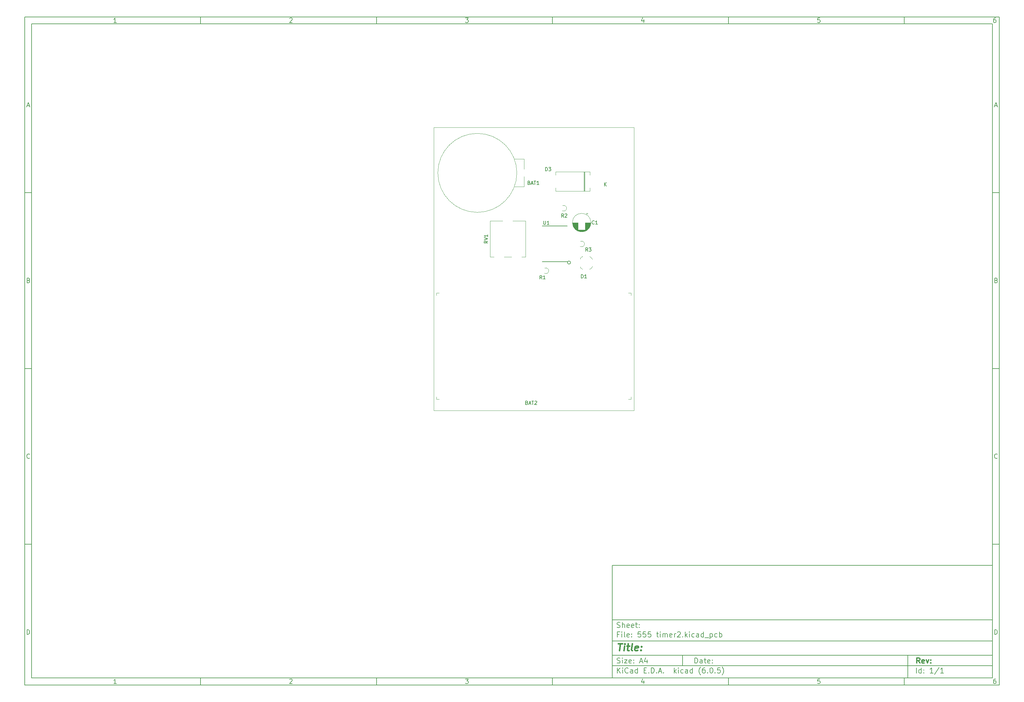
<source format=gto>
%TF.GenerationSoftware,KiCad,Pcbnew,(6.0.5)*%
%TF.CreationDate,2022-07-10T15:06:13+05:30*%
%TF.ProjectId,555 timer2,35353520-7469-46d6-9572-322e6b696361,rev?*%
%TF.SameCoordinates,Original*%
%TF.FileFunction,Legend,Top*%
%TF.FilePolarity,Positive*%
%FSLAX46Y46*%
G04 Gerber Fmt 4.6, Leading zero omitted, Abs format (unit mm)*
G04 Created by KiCad (PCBNEW (6.0.5)) date 2022-07-10 15:06:13*
%MOMM*%
%LPD*%
G01*
G04 APERTURE LIST*
%ADD10C,0.100000*%
%ADD11C,0.150000*%
%ADD12C,0.300000*%
%ADD13C,0.400000*%
%TA.AperFunction,Profile*%
%ADD14C,0.100000*%
%TD*%
%ADD15C,0.120000*%
%ADD16C,0.203200*%
G04 APERTURE END LIST*
D10*
D11*
X177002200Y-166007200D02*
X177002200Y-198007200D01*
X285002200Y-198007200D01*
X285002200Y-166007200D01*
X177002200Y-166007200D01*
D10*
D11*
X10000000Y-10000000D02*
X10000000Y-200007200D01*
X287002200Y-200007200D01*
X287002200Y-10000000D01*
X10000000Y-10000000D01*
D10*
D11*
X12000000Y-12000000D02*
X12000000Y-198007200D01*
X285002200Y-198007200D01*
X285002200Y-12000000D01*
X12000000Y-12000000D01*
D10*
D11*
X60000000Y-12000000D02*
X60000000Y-10000000D01*
D10*
D11*
X110000000Y-12000000D02*
X110000000Y-10000000D01*
D10*
D11*
X160000000Y-12000000D02*
X160000000Y-10000000D01*
D10*
D11*
X210000000Y-12000000D02*
X210000000Y-10000000D01*
D10*
D11*
X260000000Y-12000000D02*
X260000000Y-10000000D01*
D10*
D11*
X36065476Y-11588095D02*
X35322619Y-11588095D01*
X35694047Y-11588095D02*
X35694047Y-10288095D01*
X35570238Y-10473809D01*
X35446428Y-10597619D01*
X35322619Y-10659523D01*
D10*
D11*
X85322619Y-10411904D02*
X85384523Y-10350000D01*
X85508333Y-10288095D01*
X85817857Y-10288095D01*
X85941666Y-10350000D01*
X86003571Y-10411904D01*
X86065476Y-10535714D01*
X86065476Y-10659523D01*
X86003571Y-10845238D01*
X85260714Y-11588095D01*
X86065476Y-11588095D01*
D10*
D11*
X135260714Y-10288095D02*
X136065476Y-10288095D01*
X135632142Y-10783333D01*
X135817857Y-10783333D01*
X135941666Y-10845238D01*
X136003571Y-10907142D01*
X136065476Y-11030952D01*
X136065476Y-11340476D01*
X136003571Y-11464285D01*
X135941666Y-11526190D01*
X135817857Y-11588095D01*
X135446428Y-11588095D01*
X135322619Y-11526190D01*
X135260714Y-11464285D01*
D10*
D11*
X185941666Y-10721428D02*
X185941666Y-11588095D01*
X185632142Y-10226190D02*
X185322619Y-11154761D01*
X186127380Y-11154761D01*
D10*
D11*
X236003571Y-10288095D02*
X235384523Y-10288095D01*
X235322619Y-10907142D01*
X235384523Y-10845238D01*
X235508333Y-10783333D01*
X235817857Y-10783333D01*
X235941666Y-10845238D01*
X236003571Y-10907142D01*
X236065476Y-11030952D01*
X236065476Y-11340476D01*
X236003571Y-11464285D01*
X235941666Y-11526190D01*
X235817857Y-11588095D01*
X235508333Y-11588095D01*
X235384523Y-11526190D01*
X235322619Y-11464285D01*
D10*
D11*
X285941666Y-10288095D02*
X285694047Y-10288095D01*
X285570238Y-10350000D01*
X285508333Y-10411904D01*
X285384523Y-10597619D01*
X285322619Y-10845238D01*
X285322619Y-11340476D01*
X285384523Y-11464285D01*
X285446428Y-11526190D01*
X285570238Y-11588095D01*
X285817857Y-11588095D01*
X285941666Y-11526190D01*
X286003571Y-11464285D01*
X286065476Y-11340476D01*
X286065476Y-11030952D01*
X286003571Y-10907142D01*
X285941666Y-10845238D01*
X285817857Y-10783333D01*
X285570238Y-10783333D01*
X285446428Y-10845238D01*
X285384523Y-10907142D01*
X285322619Y-11030952D01*
D10*
D11*
X60000000Y-198007200D02*
X60000000Y-200007200D01*
D10*
D11*
X110000000Y-198007200D02*
X110000000Y-200007200D01*
D10*
D11*
X160000000Y-198007200D02*
X160000000Y-200007200D01*
D10*
D11*
X210000000Y-198007200D02*
X210000000Y-200007200D01*
D10*
D11*
X260000000Y-198007200D02*
X260000000Y-200007200D01*
D10*
D11*
X36065476Y-199595295D02*
X35322619Y-199595295D01*
X35694047Y-199595295D02*
X35694047Y-198295295D01*
X35570238Y-198481009D01*
X35446428Y-198604819D01*
X35322619Y-198666723D01*
D10*
D11*
X85322619Y-198419104D02*
X85384523Y-198357200D01*
X85508333Y-198295295D01*
X85817857Y-198295295D01*
X85941666Y-198357200D01*
X86003571Y-198419104D01*
X86065476Y-198542914D01*
X86065476Y-198666723D01*
X86003571Y-198852438D01*
X85260714Y-199595295D01*
X86065476Y-199595295D01*
D10*
D11*
X135260714Y-198295295D02*
X136065476Y-198295295D01*
X135632142Y-198790533D01*
X135817857Y-198790533D01*
X135941666Y-198852438D01*
X136003571Y-198914342D01*
X136065476Y-199038152D01*
X136065476Y-199347676D01*
X136003571Y-199471485D01*
X135941666Y-199533390D01*
X135817857Y-199595295D01*
X135446428Y-199595295D01*
X135322619Y-199533390D01*
X135260714Y-199471485D01*
D10*
D11*
X185941666Y-198728628D02*
X185941666Y-199595295D01*
X185632142Y-198233390D02*
X185322619Y-199161961D01*
X186127380Y-199161961D01*
D10*
D11*
X236003571Y-198295295D02*
X235384523Y-198295295D01*
X235322619Y-198914342D01*
X235384523Y-198852438D01*
X235508333Y-198790533D01*
X235817857Y-198790533D01*
X235941666Y-198852438D01*
X236003571Y-198914342D01*
X236065476Y-199038152D01*
X236065476Y-199347676D01*
X236003571Y-199471485D01*
X235941666Y-199533390D01*
X235817857Y-199595295D01*
X235508333Y-199595295D01*
X235384523Y-199533390D01*
X235322619Y-199471485D01*
D10*
D11*
X285941666Y-198295295D02*
X285694047Y-198295295D01*
X285570238Y-198357200D01*
X285508333Y-198419104D01*
X285384523Y-198604819D01*
X285322619Y-198852438D01*
X285322619Y-199347676D01*
X285384523Y-199471485D01*
X285446428Y-199533390D01*
X285570238Y-199595295D01*
X285817857Y-199595295D01*
X285941666Y-199533390D01*
X286003571Y-199471485D01*
X286065476Y-199347676D01*
X286065476Y-199038152D01*
X286003571Y-198914342D01*
X285941666Y-198852438D01*
X285817857Y-198790533D01*
X285570238Y-198790533D01*
X285446428Y-198852438D01*
X285384523Y-198914342D01*
X285322619Y-199038152D01*
D10*
D11*
X10000000Y-60000000D02*
X12000000Y-60000000D01*
D10*
D11*
X10000000Y-110000000D02*
X12000000Y-110000000D01*
D10*
D11*
X10000000Y-160000000D02*
X12000000Y-160000000D01*
D10*
D11*
X10690476Y-35216666D02*
X11309523Y-35216666D01*
X10566666Y-35588095D02*
X11000000Y-34288095D01*
X11433333Y-35588095D01*
D10*
D11*
X11092857Y-84907142D02*
X11278571Y-84969047D01*
X11340476Y-85030952D01*
X11402380Y-85154761D01*
X11402380Y-85340476D01*
X11340476Y-85464285D01*
X11278571Y-85526190D01*
X11154761Y-85588095D01*
X10659523Y-85588095D01*
X10659523Y-84288095D01*
X11092857Y-84288095D01*
X11216666Y-84350000D01*
X11278571Y-84411904D01*
X11340476Y-84535714D01*
X11340476Y-84659523D01*
X11278571Y-84783333D01*
X11216666Y-84845238D01*
X11092857Y-84907142D01*
X10659523Y-84907142D01*
D10*
D11*
X11402380Y-135464285D02*
X11340476Y-135526190D01*
X11154761Y-135588095D01*
X11030952Y-135588095D01*
X10845238Y-135526190D01*
X10721428Y-135402380D01*
X10659523Y-135278571D01*
X10597619Y-135030952D01*
X10597619Y-134845238D01*
X10659523Y-134597619D01*
X10721428Y-134473809D01*
X10845238Y-134350000D01*
X11030952Y-134288095D01*
X11154761Y-134288095D01*
X11340476Y-134350000D01*
X11402380Y-134411904D01*
D10*
D11*
X10659523Y-185588095D02*
X10659523Y-184288095D01*
X10969047Y-184288095D01*
X11154761Y-184350000D01*
X11278571Y-184473809D01*
X11340476Y-184597619D01*
X11402380Y-184845238D01*
X11402380Y-185030952D01*
X11340476Y-185278571D01*
X11278571Y-185402380D01*
X11154761Y-185526190D01*
X10969047Y-185588095D01*
X10659523Y-185588095D01*
D10*
D11*
X287002200Y-60000000D02*
X285002200Y-60000000D01*
D10*
D11*
X287002200Y-110000000D02*
X285002200Y-110000000D01*
D10*
D11*
X287002200Y-160000000D02*
X285002200Y-160000000D01*
D10*
D11*
X285692676Y-35216666D02*
X286311723Y-35216666D01*
X285568866Y-35588095D02*
X286002200Y-34288095D01*
X286435533Y-35588095D01*
D10*
D11*
X286095057Y-84907142D02*
X286280771Y-84969047D01*
X286342676Y-85030952D01*
X286404580Y-85154761D01*
X286404580Y-85340476D01*
X286342676Y-85464285D01*
X286280771Y-85526190D01*
X286156961Y-85588095D01*
X285661723Y-85588095D01*
X285661723Y-84288095D01*
X286095057Y-84288095D01*
X286218866Y-84350000D01*
X286280771Y-84411904D01*
X286342676Y-84535714D01*
X286342676Y-84659523D01*
X286280771Y-84783333D01*
X286218866Y-84845238D01*
X286095057Y-84907142D01*
X285661723Y-84907142D01*
D10*
D11*
X286404580Y-135464285D02*
X286342676Y-135526190D01*
X286156961Y-135588095D01*
X286033152Y-135588095D01*
X285847438Y-135526190D01*
X285723628Y-135402380D01*
X285661723Y-135278571D01*
X285599819Y-135030952D01*
X285599819Y-134845238D01*
X285661723Y-134597619D01*
X285723628Y-134473809D01*
X285847438Y-134350000D01*
X286033152Y-134288095D01*
X286156961Y-134288095D01*
X286342676Y-134350000D01*
X286404580Y-134411904D01*
D10*
D11*
X285661723Y-185588095D02*
X285661723Y-184288095D01*
X285971247Y-184288095D01*
X286156961Y-184350000D01*
X286280771Y-184473809D01*
X286342676Y-184597619D01*
X286404580Y-184845238D01*
X286404580Y-185030952D01*
X286342676Y-185278571D01*
X286280771Y-185402380D01*
X286156961Y-185526190D01*
X285971247Y-185588095D01*
X285661723Y-185588095D01*
D10*
D11*
X200434342Y-193785771D02*
X200434342Y-192285771D01*
X200791485Y-192285771D01*
X201005771Y-192357200D01*
X201148628Y-192500057D01*
X201220057Y-192642914D01*
X201291485Y-192928628D01*
X201291485Y-193142914D01*
X201220057Y-193428628D01*
X201148628Y-193571485D01*
X201005771Y-193714342D01*
X200791485Y-193785771D01*
X200434342Y-193785771D01*
X202577200Y-193785771D02*
X202577200Y-193000057D01*
X202505771Y-192857200D01*
X202362914Y-192785771D01*
X202077200Y-192785771D01*
X201934342Y-192857200D01*
X202577200Y-193714342D02*
X202434342Y-193785771D01*
X202077200Y-193785771D01*
X201934342Y-193714342D01*
X201862914Y-193571485D01*
X201862914Y-193428628D01*
X201934342Y-193285771D01*
X202077200Y-193214342D01*
X202434342Y-193214342D01*
X202577200Y-193142914D01*
X203077200Y-192785771D02*
X203648628Y-192785771D01*
X203291485Y-192285771D02*
X203291485Y-193571485D01*
X203362914Y-193714342D01*
X203505771Y-193785771D01*
X203648628Y-193785771D01*
X204720057Y-193714342D02*
X204577200Y-193785771D01*
X204291485Y-193785771D01*
X204148628Y-193714342D01*
X204077200Y-193571485D01*
X204077200Y-193000057D01*
X204148628Y-192857200D01*
X204291485Y-192785771D01*
X204577200Y-192785771D01*
X204720057Y-192857200D01*
X204791485Y-193000057D01*
X204791485Y-193142914D01*
X204077200Y-193285771D01*
X205434342Y-193642914D02*
X205505771Y-193714342D01*
X205434342Y-193785771D01*
X205362914Y-193714342D01*
X205434342Y-193642914D01*
X205434342Y-193785771D01*
X205434342Y-192857200D02*
X205505771Y-192928628D01*
X205434342Y-193000057D01*
X205362914Y-192928628D01*
X205434342Y-192857200D01*
X205434342Y-193000057D01*
D10*
D11*
X177002200Y-194507200D02*
X285002200Y-194507200D01*
D10*
D11*
X178434342Y-196585771D02*
X178434342Y-195085771D01*
X179291485Y-196585771D02*
X178648628Y-195728628D01*
X179291485Y-195085771D02*
X178434342Y-195942914D01*
X179934342Y-196585771D02*
X179934342Y-195585771D01*
X179934342Y-195085771D02*
X179862914Y-195157200D01*
X179934342Y-195228628D01*
X180005771Y-195157200D01*
X179934342Y-195085771D01*
X179934342Y-195228628D01*
X181505771Y-196442914D02*
X181434342Y-196514342D01*
X181220057Y-196585771D01*
X181077200Y-196585771D01*
X180862914Y-196514342D01*
X180720057Y-196371485D01*
X180648628Y-196228628D01*
X180577200Y-195942914D01*
X180577200Y-195728628D01*
X180648628Y-195442914D01*
X180720057Y-195300057D01*
X180862914Y-195157200D01*
X181077200Y-195085771D01*
X181220057Y-195085771D01*
X181434342Y-195157200D01*
X181505771Y-195228628D01*
X182791485Y-196585771D02*
X182791485Y-195800057D01*
X182720057Y-195657200D01*
X182577200Y-195585771D01*
X182291485Y-195585771D01*
X182148628Y-195657200D01*
X182791485Y-196514342D02*
X182648628Y-196585771D01*
X182291485Y-196585771D01*
X182148628Y-196514342D01*
X182077200Y-196371485D01*
X182077200Y-196228628D01*
X182148628Y-196085771D01*
X182291485Y-196014342D01*
X182648628Y-196014342D01*
X182791485Y-195942914D01*
X184148628Y-196585771D02*
X184148628Y-195085771D01*
X184148628Y-196514342D02*
X184005771Y-196585771D01*
X183720057Y-196585771D01*
X183577200Y-196514342D01*
X183505771Y-196442914D01*
X183434342Y-196300057D01*
X183434342Y-195871485D01*
X183505771Y-195728628D01*
X183577200Y-195657200D01*
X183720057Y-195585771D01*
X184005771Y-195585771D01*
X184148628Y-195657200D01*
X186005771Y-195800057D02*
X186505771Y-195800057D01*
X186720057Y-196585771D02*
X186005771Y-196585771D01*
X186005771Y-195085771D01*
X186720057Y-195085771D01*
X187362914Y-196442914D02*
X187434342Y-196514342D01*
X187362914Y-196585771D01*
X187291485Y-196514342D01*
X187362914Y-196442914D01*
X187362914Y-196585771D01*
X188077200Y-196585771D02*
X188077200Y-195085771D01*
X188434342Y-195085771D01*
X188648628Y-195157200D01*
X188791485Y-195300057D01*
X188862914Y-195442914D01*
X188934342Y-195728628D01*
X188934342Y-195942914D01*
X188862914Y-196228628D01*
X188791485Y-196371485D01*
X188648628Y-196514342D01*
X188434342Y-196585771D01*
X188077200Y-196585771D01*
X189577200Y-196442914D02*
X189648628Y-196514342D01*
X189577200Y-196585771D01*
X189505771Y-196514342D01*
X189577200Y-196442914D01*
X189577200Y-196585771D01*
X190220057Y-196157200D02*
X190934342Y-196157200D01*
X190077200Y-196585771D02*
X190577200Y-195085771D01*
X191077200Y-196585771D01*
X191577200Y-196442914D02*
X191648628Y-196514342D01*
X191577200Y-196585771D01*
X191505771Y-196514342D01*
X191577200Y-196442914D01*
X191577200Y-196585771D01*
X194577200Y-196585771D02*
X194577200Y-195085771D01*
X194720057Y-196014342D02*
X195148628Y-196585771D01*
X195148628Y-195585771D02*
X194577200Y-196157200D01*
X195791485Y-196585771D02*
X195791485Y-195585771D01*
X195791485Y-195085771D02*
X195720057Y-195157200D01*
X195791485Y-195228628D01*
X195862914Y-195157200D01*
X195791485Y-195085771D01*
X195791485Y-195228628D01*
X197148628Y-196514342D02*
X197005771Y-196585771D01*
X196720057Y-196585771D01*
X196577200Y-196514342D01*
X196505771Y-196442914D01*
X196434342Y-196300057D01*
X196434342Y-195871485D01*
X196505771Y-195728628D01*
X196577200Y-195657200D01*
X196720057Y-195585771D01*
X197005771Y-195585771D01*
X197148628Y-195657200D01*
X198434342Y-196585771D02*
X198434342Y-195800057D01*
X198362914Y-195657200D01*
X198220057Y-195585771D01*
X197934342Y-195585771D01*
X197791485Y-195657200D01*
X198434342Y-196514342D02*
X198291485Y-196585771D01*
X197934342Y-196585771D01*
X197791485Y-196514342D01*
X197720057Y-196371485D01*
X197720057Y-196228628D01*
X197791485Y-196085771D01*
X197934342Y-196014342D01*
X198291485Y-196014342D01*
X198434342Y-195942914D01*
X199791485Y-196585771D02*
X199791485Y-195085771D01*
X199791485Y-196514342D02*
X199648628Y-196585771D01*
X199362914Y-196585771D01*
X199220057Y-196514342D01*
X199148628Y-196442914D01*
X199077200Y-196300057D01*
X199077200Y-195871485D01*
X199148628Y-195728628D01*
X199220057Y-195657200D01*
X199362914Y-195585771D01*
X199648628Y-195585771D01*
X199791485Y-195657200D01*
X202077200Y-197157200D02*
X202005771Y-197085771D01*
X201862914Y-196871485D01*
X201791485Y-196728628D01*
X201720057Y-196514342D01*
X201648628Y-196157200D01*
X201648628Y-195871485D01*
X201720057Y-195514342D01*
X201791485Y-195300057D01*
X201862914Y-195157200D01*
X202005771Y-194942914D01*
X202077200Y-194871485D01*
X203291485Y-195085771D02*
X203005771Y-195085771D01*
X202862914Y-195157200D01*
X202791485Y-195228628D01*
X202648628Y-195442914D01*
X202577200Y-195728628D01*
X202577200Y-196300057D01*
X202648628Y-196442914D01*
X202720057Y-196514342D01*
X202862914Y-196585771D01*
X203148628Y-196585771D01*
X203291485Y-196514342D01*
X203362914Y-196442914D01*
X203434342Y-196300057D01*
X203434342Y-195942914D01*
X203362914Y-195800057D01*
X203291485Y-195728628D01*
X203148628Y-195657200D01*
X202862914Y-195657200D01*
X202720057Y-195728628D01*
X202648628Y-195800057D01*
X202577200Y-195942914D01*
X204077200Y-196442914D02*
X204148628Y-196514342D01*
X204077200Y-196585771D01*
X204005771Y-196514342D01*
X204077200Y-196442914D01*
X204077200Y-196585771D01*
X205077200Y-195085771D02*
X205220057Y-195085771D01*
X205362914Y-195157200D01*
X205434342Y-195228628D01*
X205505771Y-195371485D01*
X205577200Y-195657200D01*
X205577200Y-196014342D01*
X205505771Y-196300057D01*
X205434342Y-196442914D01*
X205362914Y-196514342D01*
X205220057Y-196585771D01*
X205077200Y-196585771D01*
X204934342Y-196514342D01*
X204862914Y-196442914D01*
X204791485Y-196300057D01*
X204720057Y-196014342D01*
X204720057Y-195657200D01*
X204791485Y-195371485D01*
X204862914Y-195228628D01*
X204934342Y-195157200D01*
X205077200Y-195085771D01*
X206220057Y-196442914D02*
X206291485Y-196514342D01*
X206220057Y-196585771D01*
X206148628Y-196514342D01*
X206220057Y-196442914D01*
X206220057Y-196585771D01*
X207648628Y-195085771D02*
X206934342Y-195085771D01*
X206862914Y-195800057D01*
X206934342Y-195728628D01*
X207077200Y-195657200D01*
X207434342Y-195657200D01*
X207577200Y-195728628D01*
X207648628Y-195800057D01*
X207720057Y-195942914D01*
X207720057Y-196300057D01*
X207648628Y-196442914D01*
X207577200Y-196514342D01*
X207434342Y-196585771D01*
X207077200Y-196585771D01*
X206934342Y-196514342D01*
X206862914Y-196442914D01*
X208220057Y-197157200D02*
X208291485Y-197085771D01*
X208434342Y-196871485D01*
X208505771Y-196728628D01*
X208577200Y-196514342D01*
X208648628Y-196157200D01*
X208648628Y-195871485D01*
X208577200Y-195514342D01*
X208505771Y-195300057D01*
X208434342Y-195157200D01*
X208291485Y-194942914D01*
X208220057Y-194871485D01*
D10*
D11*
X177002200Y-191507200D02*
X285002200Y-191507200D01*
D10*
D12*
X264411485Y-193785771D02*
X263911485Y-193071485D01*
X263554342Y-193785771D02*
X263554342Y-192285771D01*
X264125771Y-192285771D01*
X264268628Y-192357200D01*
X264340057Y-192428628D01*
X264411485Y-192571485D01*
X264411485Y-192785771D01*
X264340057Y-192928628D01*
X264268628Y-193000057D01*
X264125771Y-193071485D01*
X263554342Y-193071485D01*
X265625771Y-193714342D02*
X265482914Y-193785771D01*
X265197200Y-193785771D01*
X265054342Y-193714342D01*
X264982914Y-193571485D01*
X264982914Y-193000057D01*
X265054342Y-192857200D01*
X265197200Y-192785771D01*
X265482914Y-192785771D01*
X265625771Y-192857200D01*
X265697200Y-193000057D01*
X265697200Y-193142914D01*
X264982914Y-193285771D01*
X266197200Y-192785771D02*
X266554342Y-193785771D01*
X266911485Y-192785771D01*
X267482914Y-193642914D02*
X267554342Y-193714342D01*
X267482914Y-193785771D01*
X267411485Y-193714342D01*
X267482914Y-193642914D01*
X267482914Y-193785771D01*
X267482914Y-192857200D02*
X267554342Y-192928628D01*
X267482914Y-193000057D01*
X267411485Y-192928628D01*
X267482914Y-192857200D01*
X267482914Y-193000057D01*
D10*
D11*
X178362914Y-193714342D02*
X178577200Y-193785771D01*
X178934342Y-193785771D01*
X179077200Y-193714342D01*
X179148628Y-193642914D01*
X179220057Y-193500057D01*
X179220057Y-193357200D01*
X179148628Y-193214342D01*
X179077200Y-193142914D01*
X178934342Y-193071485D01*
X178648628Y-193000057D01*
X178505771Y-192928628D01*
X178434342Y-192857200D01*
X178362914Y-192714342D01*
X178362914Y-192571485D01*
X178434342Y-192428628D01*
X178505771Y-192357200D01*
X178648628Y-192285771D01*
X179005771Y-192285771D01*
X179220057Y-192357200D01*
X179862914Y-193785771D02*
X179862914Y-192785771D01*
X179862914Y-192285771D02*
X179791485Y-192357200D01*
X179862914Y-192428628D01*
X179934342Y-192357200D01*
X179862914Y-192285771D01*
X179862914Y-192428628D01*
X180434342Y-192785771D02*
X181220057Y-192785771D01*
X180434342Y-193785771D01*
X181220057Y-193785771D01*
X182362914Y-193714342D02*
X182220057Y-193785771D01*
X181934342Y-193785771D01*
X181791485Y-193714342D01*
X181720057Y-193571485D01*
X181720057Y-193000057D01*
X181791485Y-192857200D01*
X181934342Y-192785771D01*
X182220057Y-192785771D01*
X182362914Y-192857200D01*
X182434342Y-193000057D01*
X182434342Y-193142914D01*
X181720057Y-193285771D01*
X183077200Y-193642914D02*
X183148628Y-193714342D01*
X183077200Y-193785771D01*
X183005771Y-193714342D01*
X183077200Y-193642914D01*
X183077200Y-193785771D01*
X183077200Y-192857200D02*
X183148628Y-192928628D01*
X183077200Y-193000057D01*
X183005771Y-192928628D01*
X183077200Y-192857200D01*
X183077200Y-193000057D01*
X184862914Y-193357200D02*
X185577200Y-193357200D01*
X184720057Y-193785771D02*
X185220057Y-192285771D01*
X185720057Y-193785771D01*
X186862914Y-192785771D02*
X186862914Y-193785771D01*
X186505771Y-192214342D02*
X186148628Y-193285771D01*
X187077200Y-193285771D01*
D10*
D11*
X263434342Y-196585771D02*
X263434342Y-195085771D01*
X264791485Y-196585771D02*
X264791485Y-195085771D01*
X264791485Y-196514342D02*
X264648628Y-196585771D01*
X264362914Y-196585771D01*
X264220057Y-196514342D01*
X264148628Y-196442914D01*
X264077200Y-196300057D01*
X264077200Y-195871485D01*
X264148628Y-195728628D01*
X264220057Y-195657200D01*
X264362914Y-195585771D01*
X264648628Y-195585771D01*
X264791485Y-195657200D01*
X265505771Y-196442914D02*
X265577200Y-196514342D01*
X265505771Y-196585771D01*
X265434342Y-196514342D01*
X265505771Y-196442914D01*
X265505771Y-196585771D01*
X265505771Y-195657200D02*
X265577200Y-195728628D01*
X265505771Y-195800057D01*
X265434342Y-195728628D01*
X265505771Y-195657200D01*
X265505771Y-195800057D01*
X268148628Y-196585771D02*
X267291485Y-196585771D01*
X267720057Y-196585771D02*
X267720057Y-195085771D01*
X267577200Y-195300057D01*
X267434342Y-195442914D01*
X267291485Y-195514342D01*
X269862914Y-195014342D02*
X268577200Y-196942914D01*
X271148628Y-196585771D02*
X270291485Y-196585771D01*
X270720057Y-196585771D02*
X270720057Y-195085771D01*
X270577200Y-195300057D01*
X270434342Y-195442914D01*
X270291485Y-195514342D01*
D10*
D11*
X177002200Y-187507200D02*
X285002200Y-187507200D01*
D10*
D13*
X178714580Y-188211961D02*
X179857438Y-188211961D01*
X179036009Y-190211961D02*
X179286009Y-188211961D01*
X180274104Y-190211961D02*
X180440771Y-188878628D01*
X180524104Y-188211961D02*
X180416961Y-188307200D01*
X180500295Y-188402438D01*
X180607438Y-188307200D01*
X180524104Y-188211961D01*
X180500295Y-188402438D01*
X181107438Y-188878628D02*
X181869342Y-188878628D01*
X181476485Y-188211961D02*
X181262200Y-189926247D01*
X181333628Y-190116723D01*
X181512200Y-190211961D01*
X181702676Y-190211961D01*
X182655057Y-190211961D02*
X182476485Y-190116723D01*
X182405057Y-189926247D01*
X182619342Y-188211961D01*
X184190771Y-190116723D02*
X183988390Y-190211961D01*
X183607438Y-190211961D01*
X183428866Y-190116723D01*
X183357438Y-189926247D01*
X183452676Y-189164342D01*
X183571723Y-188973866D01*
X183774104Y-188878628D01*
X184155057Y-188878628D01*
X184333628Y-188973866D01*
X184405057Y-189164342D01*
X184381247Y-189354819D01*
X183405057Y-189545295D01*
X185155057Y-190021485D02*
X185238390Y-190116723D01*
X185131247Y-190211961D01*
X185047914Y-190116723D01*
X185155057Y-190021485D01*
X185131247Y-190211961D01*
X185286009Y-188973866D02*
X185369342Y-189069104D01*
X185262200Y-189164342D01*
X185178866Y-189069104D01*
X185286009Y-188973866D01*
X185262200Y-189164342D01*
D10*
D11*
X178934342Y-185600057D02*
X178434342Y-185600057D01*
X178434342Y-186385771D02*
X178434342Y-184885771D01*
X179148628Y-184885771D01*
X179720057Y-186385771D02*
X179720057Y-185385771D01*
X179720057Y-184885771D02*
X179648628Y-184957200D01*
X179720057Y-185028628D01*
X179791485Y-184957200D01*
X179720057Y-184885771D01*
X179720057Y-185028628D01*
X180648628Y-186385771D02*
X180505771Y-186314342D01*
X180434342Y-186171485D01*
X180434342Y-184885771D01*
X181791485Y-186314342D02*
X181648628Y-186385771D01*
X181362914Y-186385771D01*
X181220057Y-186314342D01*
X181148628Y-186171485D01*
X181148628Y-185600057D01*
X181220057Y-185457200D01*
X181362914Y-185385771D01*
X181648628Y-185385771D01*
X181791485Y-185457200D01*
X181862914Y-185600057D01*
X181862914Y-185742914D01*
X181148628Y-185885771D01*
X182505771Y-186242914D02*
X182577200Y-186314342D01*
X182505771Y-186385771D01*
X182434342Y-186314342D01*
X182505771Y-186242914D01*
X182505771Y-186385771D01*
X182505771Y-185457200D02*
X182577200Y-185528628D01*
X182505771Y-185600057D01*
X182434342Y-185528628D01*
X182505771Y-185457200D01*
X182505771Y-185600057D01*
X185077200Y-184885771D02*
X184362914Y-184885771D01*
X184291485Y-185600057D01*
X184362914Y-185528628D01*
X184505771Y-185457200D01*
X184862914Y-185457200D01*
X185005771Y-185528628D01*
X185077200Y-185600057D01*
X185148628Y-185742914D01*
X185148628Y-186100057D01*
X185077200Y-186242914D01*
X185005771Y-186314342D01*
X184862914Y-186385771D01*
X184505771Y-186385771D01*
X184362914Y-186314342D01*
X184291485Y-186242914D01*
X186505771Y-184885771D02*
X185791485Y-184885771D01*
X185720057Y-185600057D01*
X185791485Y-185528628D01*
X185934342Y-185457200D01*
X186291485Y-185457200D01*
X186434342Y-185528628D01*
X186505771Y-185600057D01*
X186577200Y-185742914D01*
X186577200Y-186100057D01*
X186505771Y-186242914D01*
X186434342Y-186314342D01*
X186291485Y-186385771D01*
X185934342Y-186385771D01*
X185791485Y-186314342D01*
X185720057Y-186242914D01*
X187934342Y-184885771D02*
X187220057Y-184885771D01*
X187148628Y-185600057D01*
X187220057Y-185528628D01*
X187362914Y-185457200D01*
X187720057Y-185457200D01*
X187862914Y-185528628D01*
X187934342Y-185600057D01*
X188005771Y-185742914D01*
X188005771Y-186100057D01*
X187934342Y-186242914D01*
X187862914Y-186314342D01*
X187720057Y-186385771D01*
X187362914Y-186385771D01*
X187220057Y-186314342D01*
X187148628Y-186242914D01*
X189577200Y-185385771D02*
X190148628Y-185385771D01*
X189791485Y-184885771D02*
X189791485Y-186171485D01*
X189862914Y-186314342D01*
X190005771Y-186385771D01*
X190148628Y-186385771D01*
X190648628Y-186385771D02*
X190648628Y-185385771D01*
X190648628Y-184885771D02*
X190577200Y-184957200D01*
X190648628Y-185028628D01*
X190720057Y-184957200D01*
X190648628Y-184885771D01*
X190648628Y-185028628D01*
X191362914Y-186385771D02*
X191362914Y-185385771D01*
X191362914Y-185528628D02*
X191434342Y-185457200D01*
X191577200Y-185385771D01*
X191791485Y-185385771D01*
X191934342Y-185457200D01*
X192005771Y-185600057D01*
X192005771Y-186385771D01*
X192005771Y-185600057D02*
X192077200Y-185457200D01*
X192220057Y-185385771D01*
X192434342Y-185385771D01*
X192577200Y-185457200D01*
X192648628Y-185600057D01*
X192648628Y-186385771D01*
X193934342Y-186314342D02*
X193791485Y-186385771D01*
X193505771Y-186385771D01*
X193362914Y-186314342D01*
X193291485Y-186171485D01*
X193291485Y-185600057D01*
X193362914Y-185457200D01*
X193505771Y-185385771D01*
X193791485Y-185385771D01*
X193934342Y-185457200D01*
X194005771Y-185600057D01*
X194005771Y-185742914D01*
X193291485Y-185885771D01*
X194648628Y-186385771D02*
X194648628Y-185385771D01*
X194648628Y-185671485D02*
X194720057Y-185528628D01*
X194791485Y-185457200D01*
X194934342Y-185385771D01*
X195077200Y-185385771D01*
X195505771Y-185028628D02*
X195577200Y-184957200D01*
X195720057Y-184885771D01*
X196077200Y-184885771D01*
X196220057Y-184957200D01*
X196291485Y-185028628D01*
X196362914Y-185171485D01*
X196362914Y-185314342D01*
X196291485Y-185528628D01*
X195434342Y-186385771D01*
X196362914Y-186385771D01*
X197005771Y-186242914D02*
X197077200Y-186314342D01*
X197005771Y-186385771D01*
X196934342Y-186314342D01*
X197005771Y-186242914D01*
X197005771Y-186385771D01*
X197720057Y-186385771D02*
X197720057Y-184885771D01*
X197862914Y-185814342D02*
X198291485Y-186385771D01*
X198291485Y-185385771D02*
X197720057Y-185957200D01*
X198934342Y-186385771D02*
X198934342Y-185385771D01*
X198934342Y-184885771D02*
X198862914Y-184957200D01*
X198934342Y-185028628D01*
X199005771Y-184957200D01*
X198934342Y-184885771D01*
X198934342Y-185028628D01*
X200291485Y-186314342D02*
X200148628Y-186385771D01*
X199862914Y-186385771D01*
X199720057Y-186314342D01*
X199648628Y-186242914D01*
X199577200Y-186100057D01*
X199577200Y-185671485D01*
X199648628Y-185528628D01*
X199720057Y-185457200D01*
X199862914Y-185385771D01*
X200148628Y-185385771D01*
X200291485Y-185457200D01*
X201577200Y-186385771D02*
X201577200Y-185600057D01*
X201505771Y-185457200D01*
X201362914Y-185385771D01*
X201077200Y-185385771D01*
X200934342Y-185457200D01*
X201577200Y-186314342D02*
X201434342Y-186385771D01*
X201077200Y-186385771D01*
X200934342Y-186314342D01*
X200862914Y-186171485D01*
X200862914Y-186028628D01*
X200934342Y-185885771D01*
X201077200Y-185814342D01*
X201434342Y-185814342D01*
X201577200Y-185742914D01*
X202934342Y-186385771D02*
X202934342Y-184885771D01*
X202934342Y-186314342D02*
X202791485Y-186385771D01*
X202505771Y-186385771D01*
X202362914Y-186314342D01*
X202291485Y-186242914D01*
X202220057Y-186100057D01*
X202220057Y-185671485D01*
X202291485Y-185528628D01*
X202362914Y-185457200D01*
X202505771Y-185385771D01*
X202791485Y-185385771D01*
X202934342Y-185457200D01*
X203291485Y-186528628D02*
X204434342Y-186528628D01*
X204791485Y-185385771D02*
X204791485Y-186885771D01*
X204791485Y-185457200D02*
X204934342Y-185385771D01*
X205220057Y-185385771D01*
X205362914Y-185457200D01*
X205434342Y-185528628D01*
X205505771Y-185671485D01*
X205505771Y-186100057D01*
X205434342Y-186242914D01*
X205362914Y-186314342D01*
X205220057Y-186385771D01*
X204934342Y-186385771D01*
X204791485Y-186314342D01*
X206791485Y-186314342D02*
X206648628Y-186385771D01*
X206362914Y-186385771D01*
X206220057Y-186314342D01*
X206148628Y-186242914D01*
X206077200Y-186100057D01*
X206077200Y-185671485D01*
X206148628Y-185528628D01*
X206220057Y-185457200D01*
X206362914Y-185385771D01*
X206648628Y-185385771D01*
X206791485Y-185457200D01*
X207434342Y-186385771D02*
X207434342Y-184885771D01*
X207434342Y-185457200D02*
X207577200Y-185385771D01*
X207862914Y-185385771D01*
X208005771Y-185457200D01*
X208077200Y-185528628D01*
X208148628Y-185671485D01*
X208148628Y-186100057D01*
X208077200Y-186242914D01*
X208005771Y-186314342D01*
X207862914Y-186385771D01*
X207577200Y-186385771D01*
X207434342Y-186314342D01*
D10*
D11*
X177002200Y-181507200D02*
X285002200Y-181507200D01*
D10*
D11*
X178362914Y-183614342D02*
X178577200Y-183685771D01*
X178934342Y-183685771D01*
X179077200Y-183614342D01*
X179148628Y-183542914D01*
X179220057Y-183400057D01*
X179220057Y-183257200D01*
X179148628Y-183114342D01*
X179077200Y-183042914D01*
X178934342Y-182971485D01*
X178648628Y-182900057D01*
X178505771Y-182828628D01*
X178434342Y-182757200D01*
X178362914Y-182614342D01*
X178362914Y-182471485D01*
X178434342Y-182328628D01*
X178505771Y-182257200D01*
X178648628Y-182185771D01*
X179005771Y-182185771D01*
X179220057Y-182257200D01*
X179862914Y-183685771D02*
X179862914Y-182185771D01*
X180505771Y-183685771D02*
X180505771Y-182900057D01*
X180434342Y-182757200D01*
X180291485Y-182685771D01*
X180077200Y-182685771D01*
X179934342Y-182757200D01*
X179862914Y-182828628D01*
X181791485Y-183614342D02*
X181648628Y-183685771D01*
X181362914Y-183685771D01*
X181220057Y-183614342D01*
X181148628Y-183471485D01*
X181148628Y-182900057D01*
X181220057Y-182757200D01*
X181362914Y-182685771D01*
X181648628Y-182685771D01*
X181791485Y-182757200D01*
X181862914Y-182900057D01*
X181862914Y-183042914D01*
X181148628Y-183185771D01*
X183077200Y-183614342D02*
X182934342Y-183685771D01*
X182648628Y-183685771D01*
X182505771Y-183614342D01*
X182434342Y-183471485D01*
X182434342Y-182900057D01*
X182505771Y-182757200D01*
X182648628Y-182685771D01*
X182934342Y-182685771D01*
X183077200Y-182757200D01*
X183148628Y-182900057D01*
X183148628Y-183042914D01*
X182434342Y-183185771D01*
X183577200Y-182685771D02*
X184148628Y-182685771D01*
X183791485Y-182185771D02*
X183791485Y-183471485D01*
X183862914Y-183614342D01*
X184005771Y-183685771D01*
X184148628Y-183685771D01*
X184648628Y-183542914D02*
X184720057Y-183614342D01*
X184648628Y-183685771D01*
X184577200Y-183614342D01*
X184648628Y-183542914D01*
X184648628Y-183685771D01*
X184648628Y-182757200D02*
X184720057Y-182828628D01*
X184648628Y-182900057D01*
X184577200Y-182828628D01*
X184648628Y-182757200D01*
X184648628Y-182900057D01*
D10*
D12*
D10*
D11*
D10*
D11*
D10*
D11*
D10*
D11*
D10*
D11*
X197002200Y-191507200D02*
X197002200Y-194507200D01*
D10*
D11*
X261002200Y-191507200D02*
X261002200Y-198007200D01*
D14*
X126238000Y-41402000D02*
X183134000Y-41402000D01*
X126238000Y-121920000D02*
X126238000Y-41402000D01*
X183134000Y-121920000D02*
X126238000Y-121920000D01*
X183134000Y-41402000D02*
X183134000Y-121920000D01*
D11*
%TO.C,R2*%
X163155333Y-67000380D02*
X162822000Y-66524190D01*
X162583904Y-67000380D02*
X162583904Y-66000380D01*
X162964857Y-66000380D01*
X163060095Y-66048000D01*
X163107714Y-66095619D01*
X163155333Y-66190857D01*
X163155333Y-66333714D01*
X163107714Y-66428952D01*
X163060095Y-66476571D01*
X162964857Y-66524190D01*
X162583904Y-66524190D01*
X163536285Y-66095619D02*
X163583904Y-66048000D01*
X163679142Y-66000380D01*
X163917238Y-66000380D01*
X164012476Y-66048000D01*
X164060095Y-66095619D01*
X164107714Y-66190857D01*
X164107714Y-66286095D01*
X164060095Y-66428952D01*
X163488666Y-67000380D01*
X164107714Y-67000380D01*
%TO.C,R1*%
X157003333Y-84567380D02*
X156670000Y-84091190D01*
X156431904Y-84567380D02*
X156431904Y-83567380D01*
X156812857Y-83567380D01*
X156908095Y-83615000D01*
X156955714Y-83662619D01*
X157003333Y-83757857D01*
X157003333Y-83900714D01*
X156955714Y-83995952D01*
X156908095Y-84043571D01*
X156812857Y-84091190D01*
X156431904Y-84091190D01*
X157955714Y-84567380D02*
X157384285Y-84567380D01*
X157670000Y-84567380D02*
X157670000Y-83567380D01*
X157574761Y-83710238D01*
X157479523Y-83805476D01*
X157384285Y-83853095D01*
%TO.C,RV1*%
X141597380Y-73747238D02*
X141121190Y-74080571D01*
X141597380Y-74318666D02*
X140597380Y-74318666D01*
X140597380Y-73937714D01*
X140645000Y-73842476D01*
X140692619Y-73794857D01*
X140787857Y-73747238D01*
X140930714Y-73747238D01*
X141025952Y-73794857D01*
X141073571Y-73842476D01*
X141121190Y-73937714D01*
X141121190Y-74318666D01*
X140597380Y-73461523D02*
X141597380Y-73128190D01*
X140597380Y-72794857D01*
X141597380Y-71937714D02*
X141597380Y-72509142D01*
X141597380Y-72223428D02*
X140597380Y-72223428D01*
X140740238Y-72318666D01*
X140835476Y-72413904D01*
X140883095Y-72509142D01*
%TO.C,R3*%
X170013333Y-76652380D02*
X169680000Y-76176190D01*
X169441904Y-76652380D02*
X169441904Y-75652380D01*
X169822857Y-75652380D01*
X169918095Y-75700000D01*
X169965714Y-75747619D01*
X170013333Y-75842857D01*
X170013333Y-75985714D01*
X169965714Y-76080952D01*
X169918095Y-76128571D01*
X169822857Y-76176190D01*
X169441904Y-76176190D01*
X170346666Y-75652380D02*
X170965714Y-75652380D01*
X170632380Y-76033333D01*
X170775238Y-76033333D01*
X170870476Y-76080952D01*
X170918095Y-76128571D01*
X170965714Y-76223809D01*
X170965714Y-76461904D01*
X170918095Y-76557142D01*
X170870476Y-76604761D01*
X170775238Y-76652380D01*
X170489523Y-76652380D01*
X170394285Y-76604761D01*
X170346666Y-76557142D01*
%TO.C,BAT2*%
X152721714Y-119710571D02*
X152864571Y-119758190D01*
X152912190Y-119805809D01*
X152959809Y-119901047D01*
X152959809Y-120043904D01*
X152912190Y-120139142D01*
X152864571Y-120186761D01*
X152769333Y-120234380D01*
X152388380Y-120234380D01*
X152388380Y-119234380D01*
X152721714Y-119234380D01*
X152816952Y-119282000D01*
X152864571Y-119329619D01*
X152912190Y-119424857D01*
X152912190Y-119520095D01*
X152864571Y-119615333D01*
X152816952Y-119662952D01*
X152721714Y-119710571D01*
X152388380Y-119710571D01*
X153340761Y-119948666D02*
X153816952Y-119948666D01*
X153245523Y-120234380D02*
X153578857Y-119234380D01*
X153912190Y-120234380D01*
X154102666Y-119234380D02*
X154674095Y-119234380D01*
X154388380Y-120234380D02*
X154388380Y-119234380D01*
X154959809Y-119329619D02*
X155007428Y-119282000D01*
X155102666Y-119234380D01*
X155340761Y-119234380D01*
X155436000Y-119282000D01*
X155483619Y-119329619D01*
X155531238Y-119424857D01*
X155531238Y-119520095D01*
X155483619Y-119662952D01*
X154912190Y-120234380D01*
X155531238Y-120234380D01*
%TO.C,U1*%
X157480095Y-68032380D02*
X157480095Y-68841904D01*
X157527714Y-68937142D01*
X157575333Y-68984761D01*
X157670571Y-69032380D01*
X157861047Y-69032380D01*
X157956285Y-68984761D01*
X158003904Y-68937142D01*
X158051523Y-68841904D01*
X158051523Y-68032380D01*
X159051523Y-69032380D02*
X158480095Y-69032380D01*
X158765809Y-69032380D02*
X158765809Y-68032380D01*
X158670571Y-68175238D01*
X158575333Y-68270476D01*
X158480095Y-68318095D01*
%TO.C,C1*%
X171863333Y-68852142D02*
X171815714Y-68899761D01*
X171672857Y-68947380D01*
X171577619Y-68947380D01*
X171434761Y-68899761D01*
X171339523Y-68804523D01*
X171291904Y-68709285D01*
X171244285Y-68518809D01*
X171244285Y-68375952D01*
X171291904Y-68185476D01*
X171339523Y-68090238D01*
X171434761Y-67995000D01*
X171577619Y-67947380D01*
X171672857Y-67947380D01*
X171815714Y-67995000D01*
X171863333Y-68042619D01*
X172815714Y-68947380D02*
X172244285Y-68947380D01*
X172530000Y-68947380D02*
X172530000Y-67947380D01*
X172434761Y-68090238D01*
X172339523Y-68185476D01*
X172244285Y-68233095D01*
%TO.C,BAT1*%
X153339714Y-57179571D02*
X153482571Y-57227190D01*
X153530190Y-57274809D01*
X153577809Y-57370047D01*
X153577809Y-57512904D01*
X153530190Y-57608142D01*
X153482571Y-57655761D01*
X153387333Y-57703380D01*
X153006380Y-57703380D01*
X153006380Y-56703380D01*
X153339714Y-56703380D01*
X153434952Y-56751000D01*
X153482571Y-56798619D01*
X153530190Y-56893857D01*
X153530190Y-56989095D01*
X153482571Y-57084333D01*
X153434952Y-57131952D01*
X153339714Y-57179571D01*
X153006380Y-57179571D01*
X153958761Y-57417666D02*
X154434952Y-57417666D01*
X153863523Y-57703380D02*
X154196857Y-56703380D01*
X154530190Y-57703380D01*
X154720666Y-56703380D02*
X155292095Y-56703380D01*
X155006380Y-57703380D02*
X155006380Y-56703380D01*
X156149238Y-57703380D02*
X155577809Y-57703380D01*
X155863523Y-57703380D02*
X155863523Y-56703380D01*
X155768285Y-56846238D01*
X155673047Y-56941476D01*
X155577809Y-56989095D01*
%TO.C,D3*%
X158011904Y-53792380D02*
X158011904Y-52792380D01*
X158250000Y-52792380D01*
X158392857Y-52840000D01*
X158488095Y-52935238D01*
X158535714Y-53030476D01*
X158583333Y-53220952D01*
X158583333Y-53363809D01*
X158535714Y-53554285D01*
X158488095Y-53649523D01*
X158392857Y-53744761D01*
X158250000Y-53792380D01*
X158011904Y-53792380D01*
X158916666Y-52792380D02*
X159535714Y-52792380D01*
X159202380Y-53173333D01*
X159345238Y-53173333D01*
X159440476Y-53220952D01*
X159488095Y-53268571D01*
X159535714Y-53363809D01*
X159535714Y-53601904D01*
X159488095Y-53697142D01*
X159440476Y-53744761D01*
X159345238Y-53792380D01*
X159059523Y-53792380D01*
X158964285Y-53744761D01*
X158916666Y-53697142D01*
X174744095Y-58110380D02*
X174744095Y-57110380D01*
X175315523Y-58110380D02*
X174886952Y-57538952D01*
X175315523Y-57110380D02*
X174744095Y-57681809D01*
%TO.C,D1*%
X168171904Y-84272380D02*
X168171904Y-83272380D01*
X168410000Y-83272380D01*
X168552857Y-83320000D01*
X168648095Y-83415238D01*
X168695714Y-83510476D01*
X168743333Y-83700952D01*
X168743333Y-83843809D01*
X168695714Y-84034285D01*
X168648095Y-84129523D01*
X168552857Y-84224761D01*
X168410000Y-84272380D01*
X168171904Y-84272380D01*
X169695714Y-84272380D02*
X169124285Y-84272380D01*
X169410000Y-84272380D02*
X169410000Y-83272380D01*
X169314761Y-83415238D01*
X169219523Y-83510476D01*
X169124285Y-83558095D01*
D15*
%TO.C,R2*%
X162782867Y-65115000D02*
G75*
G03*
X162879905Y-63665641I417133J700000D01*
G01*
%TO.C,R1*%
X157702867Y-82895000D02*
G75*
G03*
X157799905Y-81445641I417133J700000D01*
G01*
%TO.C,RV1*%
X142274000Y-78272000D02*
X143369000Y-78272000D01*
X146221000Y-78272000D02*
X148370000Y-78272000D01*
X148720000Y-68032000D02*
X152315000Y-68032000D01*
X142274000Y-68032000D02*
X145870000Y-68032000D01*
X151220000Y-78272000D02*
X152315000Y-78272000D01*
X142274000Y-78272000D02*
X142274000Y-68032000D01*
X152315000Y-78272000D02*
X152315000Y-68032000D01*
%TO.C,R3*%
X167862867Y-75275000D02*
G75*
G03*
X167959905Y-73825641I417133J700000D01*
G01*
D10*
%TO.C,BAT2*%
X127026000Y-118772000D02*
X127776000Y-118772000D01*
X127026000Y-118772000D02*
X127026000Y-118022000D01*
X182346000Y-118772000D02*
X182346000Y-118022000D01*
X181596000Y-118772000D02*
X182346000Y-118772000D01*
X181596000Y-88472000D02*
X182346000Y-88472000D01*
X127026000Y-88472000D02*
X127776000Y-88472000D01*
X182346000Y-89222000D02*
X182346000Y-88472000D01*
X127026000Y-89222000D02*
X127026000Y-88472000D01*
D16*
%TO.C,U1*%
X157073600Y-69443600D02*
X164185600Y-69443600D01*
X157073600Y-79603600D02*
X164185600Y-79603600D01*
X165135560Y-79857600D02*
G75*
G03*
X165135560Y-79857600I-441960J0D01*
G01*
D15*
%TO.C,C1*%
X169755000Y-65690225D02*
X169755000Y-66190225D01*
X170849000Y-68735000D02*
X169320000Y-68735000D01*
X170144000Y-70296000D02*
X169320000Y-70296000D01*
X167240000Y-69856000D02*
X166080000Y-69856000D01*
X169531000Y-70776000D02*
X167029000Y-70776000D01*
X170853000Y-68695000D02*
X169320000Y-68695000D01*
X167240000Y-69736000D02*
X166012000Y-69736000D01*
X170830000Y-68895000D02*
X169320000Y-68895000D01*
X167240000Y-68895000D02*
X165730000Y-68895000D01*
X167240000Y-69135000D02*
X165779000Y-69135000D01*
X169663000Y-70696000D02*
X166897000Y-70696000D01*
X167240000Y-69696000D02*
X165990000Y-69696000D01*
X170345000Y-70056000D02*
X169320000Y-70056000D01*
X167240000Y-68655000D02*
X165704000Y-68655000D01*
X170760000Y-69216000D02*
X169320000Y-69216000D01*
X167240000Y-68935000D02*
X165737000Y-68935000D01*
X167240000Y-68975000D02*
X165744000Y-68975000D01*
X170609000Y-69616000D02*
X169320000Y-69616000D01*
X170816000Y-68975000D02*
X169320000Y-68975000D01*
X167240000Y-68615000D02*
X165702000Y-68615000D01*
X170841000Y-68815000D02*
X169320000Y-68815000D01*
X167240000Y-69376000D02*
X165852000Y-69376000D01*
X169378000Y-70856000D02*
X167182000Y-70856000D01*
X170548000Y-69736000D02*
X169320000Y-69736000D01*
X167240000Y-69456000D02*
X165882000Y-69456000D01*
X170455000Y-69896000D02*
X169320000Y-69896000D01*
X170217000Y-70216000D02*
X169320000Y-70216000D01*
X167240000Y-69616000D02*
X165951000Y-69616000D01*
X169291000Y-70896000D02*
X167269000Y-70896000D01*
X170375000Y-70016000D02*
X169320000Y-70016000D01*
X170662000Y-69496000D02*
X169320000Y-69496000D01*
X167240000Y-70416000D02*
X166537000Y-70416000D01*
X169599000Y-70736000D02*
X166961000Y-70736000D01*
X168957000Y-71016000D02*
X167603000Y-71016000D01*
X167240000Y-70336000D02*
X166454000Y-70336000D01*
X170735000Y-69296000D02*
X169320000Y-69296000D01*
X167240000Y-68855000D02*
X165724000Y-68855000D01*
X170708000Y-69376000D02*
X169320000Y-69376000D01*
X167240000Y-68575000D02*
X165701000Y-68575000D01*
X170023000Y-70416000D02*
X169320000Y-70416000D01*
X167240000Y-69896000D02*
X166105000Y-69896000D01*
X167240000Y-70256000D02*
X166379000Y-70256000D01*
X169834000Y-70576000D02*
X166726000Y-70576000D01*
X167240000Y-69216000D02*
X165800000Y-69216000D01*
X167240000Y-70056000D02*
X166215000Y-70056000D01*
X170694000Y-69416000D02*
X169320000Y-69416000D01*
X167240000Y-69936000D02*
X166131000Y-69936000D01*
X170429000Y-69936000D02*
X169320000Y-69936000D01*
X170781000Y-69135000D02*
X169320000Y-69135000D01*
X170628000Y-69576000D02*
X169320000Y-69576000D01*
X169723000Y-70656000D02*
X166837000Y-70656000D01*
X169458000Y-70816000D02*
X167102000Y-70816000D01*
X170402000Y-69976000D02*
X169320000Y-69976000D01*
X170722000Y-69336000D02*
X169320000Y-69336000D01*
X167240000Y-70496000D02*
X166627000Y-70496000D01*
X167240000Y-69175000D02*
X165789000Y-69175000D01*
X170860000Y-68495000D02*
X169320000Y-68495000D01*
X170859000Y-68575000D02*
X169320000Y-68575000D01*
X170678000Y-69456000D02*
X169320000Y-69456000D01*
X170504000Y-69816000D02*
X169320000Y-69816000D01*
X169085000Y-70976000D02*
X167475000Y-70976000D01*
X170800000Y-69055000D02*
X169320000Y-69055000D01*
X170771000Y-69175000D02*
X169320000Y-69175000D01*
X170570000Y-69696000D02*
X169320000Y-69696000D01*
X170315000Y-70096000D02*
X169320000Y-70096000D01*
X167240000Y-68775000D02*
X165715000Y-68775000D01*
X167240000Y-69256000D02*
X165812000Y-69256000D01*
X167240000Y-70136000D02*
X166276000Y-70136000D01*
X170181000Y-70256000D02*
X169320000Y-70256000D01*
X170823000Y-68935000D02*
X169320000Y-68935000D01*
X170791000Y-69095000D02*
X169320000Y-69095000D01*
X170251000Y-70176000D02*
X169320000Y-70176000D01*
X170748000Y-69256000D02*
X169320000Y-69256000D01*
X170860000Y-68535000D02*
X169320000Y-68535000D01*
X167240000Y-70176000D02*
X166309000Y-70176000D01*
X170065000Y-70376000D02*
X169320000Y-70376000D01*
X167240000Y-70296000D02*
X166416000Y-70296000D01*
X170106000Y-70336000D02*
X169320000Y-70336000D01*
X167240000Y-68815000D02*
X165719000Y-68815000D01*
X167240000Y-69576000D02*
X165932000Y-69576000D01*
X167240000Y-69776000D02*
X166033000Y-69776000D01*
X167240000Y-69095000D02*
X165769000Y-69095000D01*
X170590000Y-69656000D02*
X169320000Y-69656000D01*
X167240000Y-69015000D02*
X165752000Y-69015000D01*
X167240000Y-68695000D02*
X165707000Y-68695000D01*
X169885000Y-70536000D02*
X166675000Y-70536000D01*
X167240000Y-70016000D02*
X166185000Y-70016000D01*
X169195000Y-70936000D02*
X167365000Y-70936000D01*
X167240000Y-69536000D02*
X165915000Y-69536000D01*
X170808000Y-69015000D02*
X169320000Y-69015000D01*
X167240000Y-68495000D02*
X165700000Y-68495000D01*
X170645000Y-69536000D02*
X169320000Y-69536000D01*
X167240000Y-69336000D02*
X165838000Y-69336000D01*
X167240000Y-69296000D02*
X165825000Y-69296000D01*
X170284000Y-70136000D02*
X169320000Y-70136000D01*
X170856000Y-68655000D02*
X169320000Y-68655000D01*
X167240000Y-68535000D02*
X165700000Y-68535000D01*
X167240000Y-70456000D02*
X166581000Y-70456000D01*
X170845000Y-68775000D02*
X169320000Y-68775000D01*
X169933000Y-70496000D02*
X169320000Y-70496000D01*
X168564000Y-71096000D02*
X167996000Y-71096000D01*
X167240000Y-69816000D02*
X166056000Y-69816000D01*
X167240000Y-69416000D02*
X165866000Y-69416000D01*
X167240000Y-69496000D02*
X165898000Y-69496000D01*
X167240000Y-68735000D02*
X165711000Y-68735000D01*
X169780000Y-70616000D02*
X166780000Y-70616000D01*
X169979000Y-70456000D02*
X169320000Y-70456000D01*
X170836000Y-68855000D02*
X169320000Y-68855000D01*
X167240000Y-70376000D02*
X166495000Y-70376000D01*
X170527000Y-69776000D02*
X169320000Y-69776000D01*
X168798000Y-71056000D02*
X167762000Y-71056000D01*
X167240000Y-70216000D02*
X166343000Y-70216000D01*
X167240000Y-69656000D02*
X165970000Y-69656000D01*
X167240000Y-69976000D02*
X166158000Y-69976000D01*
X167240000Y-70096000D02*
X166245000Y-70096000D01*
X170005000Y-65940225D02*
X169505000Y-65940225D01*
X170480000Y-69856000D02*
X169320000Y-69856000D01*
X167240000Y-69055000D02*
X165760000Y-69055000D01*
X170858000Y-68615000D02*
X169320000Y-68615000D01*
X170900000Y-68495000D02*
G75*
G03*
X170900000Y-68495000I-2620000J0D01*
G01*
D10*
%TO.C,BAT1*%
X149872700Y-54356000D02*
G75*
G03*
X149872700Y-54356000I-11226800J0D01*
G01*
X149212300Y-50444400D02*
X151955500Y-50444400D01*
X151955500Y-58267600D02*
X151955500Y-55422800D01*
X151955500Y-50444400D02*
X151955500Y-53289200D01*
X149212300Y-58267600D02*
X151955500Y-58267600D01*
D15*
%TO.C,D3*%
X170610000Y-54955000D02*
X170610000Y-54075000D01*
X160870000Y-54075000D02*
X160870000Y-54955000D01*
X170610000Y-54075000D02*
X160870000Y-54075000D01*
X169185000Y-59515000D02*
X169185000Y-54075000D01*
X170610000Y-59515000D02*
X160870000Y-59515000D01*
X168945000Y-59515000D02*
X168945000Y-54075000D01*
X169065000Y-59515000D02*
X169065000Y-54075000D01*
X170610000Y-58635000D02*
X170610000Y-59515000D01*
X160870000Y-59515000D02*
X160870000Y-58635000D01*
D10*
%TO.C,D1*%
X167950000Y-78625000D02*
X167950000Y-78875000D01*
X167950000Y-81325000D02*
X167950000Y-81075000D01*
X167950000Y-81325000D02*
G75*
G03*
X168554533Y-81816615I1599994J1349992D01*
G01*
X168550000Y-78125000D02*
G75*
G03*
X167942715Y-78618853I999998J-1849997D01*
G01*
X170550000Y-81825000D02*
G75*
G03*
X171400000Y-80975000I-1000006J1850006D01*
G01*
X171400000Y-78975000D02*
G75*
G03*
X170550000Y-78125000I-1850006J-1000006D01*
G01*
%TD*%
M02*

</source>
